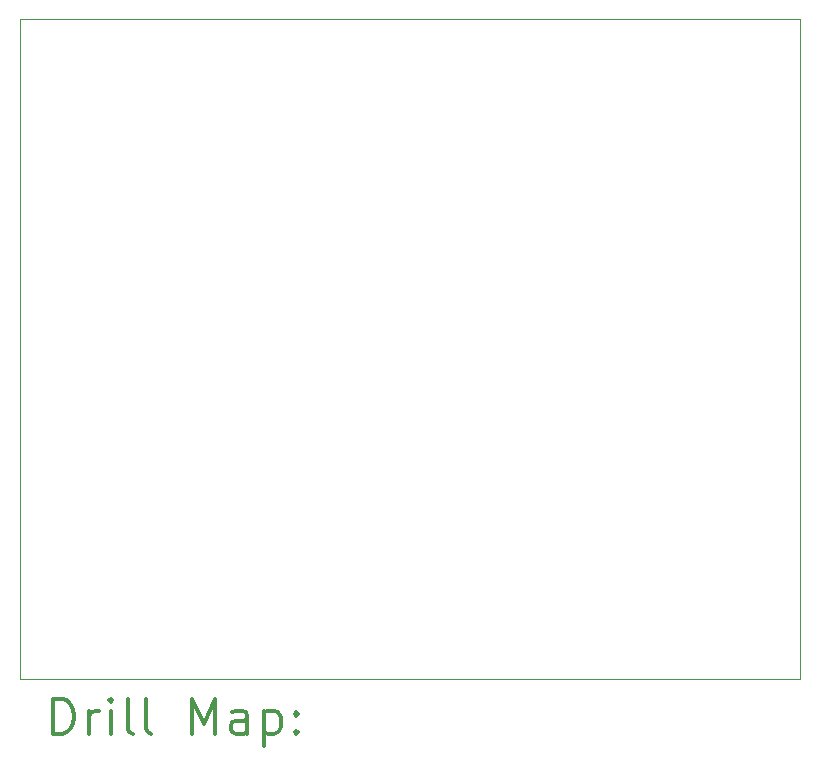
<source format=gbr>
%FSLAX45Y45*%
G04 Gerber Fmt 4.5, Leading zero omitted, Abs format (unit mm)*
G04 Created by KiCad (PCBNEW 5.1.6+dfsg1-1) date 2020-07-01 01:52:53*
%MOMM*%
%LPD*%
G01*
G04 APERTURE LIST*
%TA.AperFunction,Profile*%
%ADD10C,0.100000*%
%TD*%
%ADD11C,0.200000*%
%ADD12C,0.300000*%
G04 APERTURE END LIST*
D10*
X18288000Y-10668000D02*
X24892000Y-10668000D01*
X24892000Y-10668000D02*
X24892000Y-5080000D01*
X24892000Y-5080000D02*
X18288000Y-5080000D01*
X18288000Y-5080000D02*
X18288000Y-10668000D01*
D11*
D12*
X18569428Y-11138714D02*
X18569428Y-10838714D01*
X18640857Y-10838714D01*
X18683714Y-10853000D01*
X18712286Y-10881572D01*
X18726571Y-10910143D01*
X18740857Y-10967286D01*
X18740857Y-11010143D01*
X18726571Y-11067286D01*
X18712286Y-11095857D01*
X18683714Y-11124429D01*
X18640857Y-11138714D01*
X18569428Y-11138714D01*
X18869428Y-11138714D02*
X18869428Y-10938714D01*
X18869428Y-10995857D02*
X18883714Y-10967286D01*
X18898000Y-10953000D01*
X18926571Y-10938714D01*
X18955143Y-10938714D01*
X19055143Y-11138714D02*
X19055143Y-10938714D01*
X19055143Y-10838714D02*
X19040857Y-10853000D01*
X19055143Y-10867286D01*
X19069428Y-10853000D01*
X19055143Y-10838714D01*
X19055143Y-10867286D01*
X19240857Y-11138714D02*
X19212286Y-11124429D01*
X19198000Y-11095857D01*
X19198000Y-10838714D01*
X19398000Y-11138714D02*
X19369428Y-11124429D01*
X19355143Y-11095857D01*
X19355143Y-10838714D01*
X19740857Y-11138714D02*
X19740857Y-10838714D01*
X19840857Y-11053000D01*
X19940857Y-10838714D01*
X19940857Y-11138714D01*
X20212286Y-11138714D02*
X20212286Y-10981572D01*
X20198000Y-10953000D01*
X20169428Y-10938714D01*
X20112286Y-10938714D01*
X20083714Y-10953000D01*
X20212286Y-11124429D02*
X20183714Y-11138714D01*
X20112286Y-11138714D01*
X20083714Y-11124429D01*
X20069428Y-11095857D01*
X20069428Y-11067286D01*
X20083714Y-11038714D01*
X20112286Y-11024429D01*
X20183714Y-11024429D01*
X20212286Y-11010143D01*
X20355143Y-10938714D02*
X20355143Y-11238714D01*
X20355143Y-10953000D02*
X20383714Y-10938714D01*
X20440857Y-10938714D01*
X20469428Y-10953000D01*
X20483714Y-10967286D01*
X20498000Y-10995857D01*
X20498000Y-11081572D01*
X20483714Y-11110143D01*
X20469428Y-11124429D01*
X20440857Y-11138714D01*
X20383714Y-11138714D01*
X20355143Y-11124429D01*
X20626571Y-11110143D02*
X20640857Y-11124429D01*
X20626571Y-11138714D01*
X20612286Y-11124429D01*
X20626571Y-11110143D01*
X20626571Y-11138714D01*
X20626571Y-10953000D02*
X20640857Y-10967286D01*
X20626571Y-10981572D01*
X20612286Y-10967286D01*
X20626571Y-10953000D01*
X20626571Y-10981572D01*
M02*

</source>
